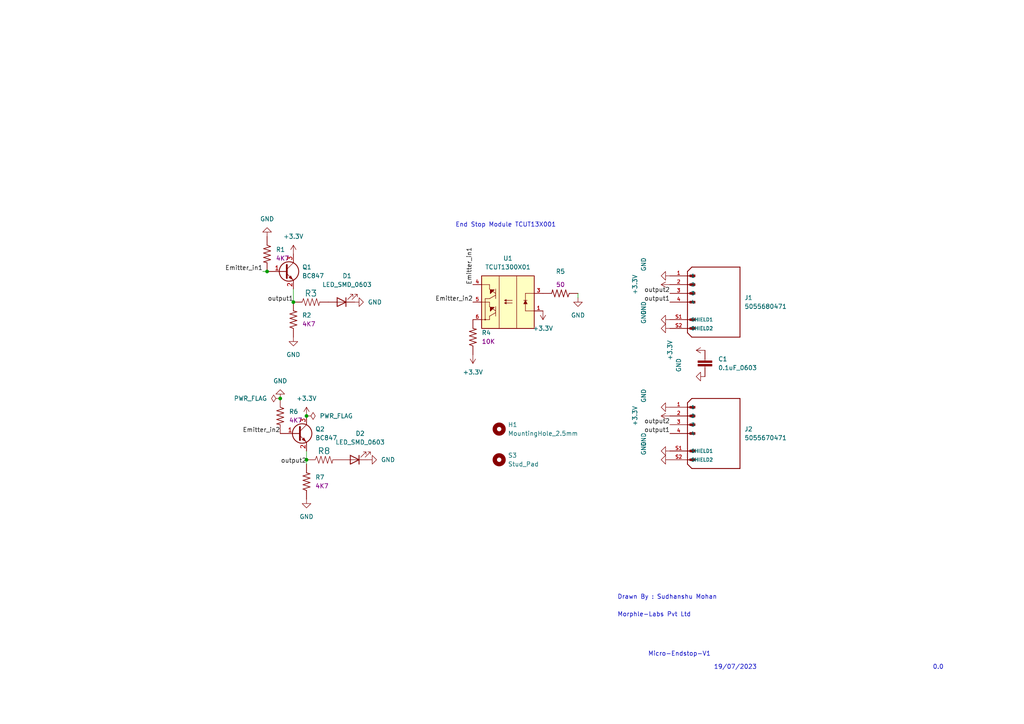
<source format=kicad_sch>
(kicad_sch (version 20230121) (generator eeschema)
  (paper "A4")
  (lib_symbols
    (symbol "Molex_1.25_5055670471:5055670471" (pin_names (offset 1.016))
      (property "Reference" "J" (at -7.62 11.43 0))
      (property "Value" "5055670471" (at -7.62 -12.7 0))
      (symbol "5055670471_0_0"
        (rectangle (start -6.985 -7.9375) (end -5.3975 -7.3025) (stroke (width 0.1)) (fill (type outline)))
        (rectangle (start -6.985 -5.3975) (end -5.3975 -4.7625) (stroke (width 0.1)) (fill (type outline)))
        (rectangle (start -6.985 -0.3175) (end -5.3975 0.3175) (stroke (width 0.1)) (fill (type outline)))
        (rectangle (start -6.985 2.2225) (end -5.3975 2.8575) (stroke (width 0.1)) (fill (type outline)))
        (rectangle (start -6.985 4.7625) (end -5.3975 5.3975) (stroke (width 0.1)) (fill (type outline)))
        (rectangle (start -6.985 7.3025) (end -5.3975 7.9375) (stroke (width 0.1)) (fill (type outline)))
        (polyline (pts (xy -7.62 -8.89) (xy -6.35 -10.16)) (stroke (width 0.254)))
        (polyline (pts (xy -7.62 -7.62) (xy -5.715 -7.62)) (stroke (width 0.254)))
        (polyline (pts (xy -7.62 -5.08) (xy -5.715 -5.08)) (stroke (width 0.254)))
        (polyline (pts (xy -7.62 0) (xy -5.715 0)) (stroke (width 0.254)))
        (polyline (pts (xy -7.62 2.54) (xy -5.715 2.54)) (stroke (width 0.254)))
        (polyline (pts (xy -7.62 5.08) (xy -5.715 5.08)) (stroke (width 0.254)))
        (polyline (pts (xy -7.62 7.62) (xy -7.62 -8.89)) (stroke (width 0.254)))
        (polyline (pts (xy -7.62 7.62) (xy -5.715 7.62)) (stroke (width 0.254)))
        (polyline (pts (xy -7.62 8.89) (xy -7.62 7.62)) (stroke (width 0.254)))
        (polyline (pts (xy -7.62 8.89) (xy -6.35 10.16)) (stroke (width 0.254)))
        (polyline (pts (xy -6.35 -10.16) (xy 7.62 -10.16)) (stroke (width 0.254)))
        (polyline (pts (xy 7.62 -10.16) (xy 7.62 10.16)) (stroke (width 0.254)))
        (polyline (pts (xy 7.62 10.16) (xy -6.35 10.16)) (stroke (width 0.254)))
        (pin passive line (at -12.7 7.62 0) (length 5.08) (name "1") (number "1"))
        (pin passive line (at -12.7 5.08 0) (length 5.08) (name "2") (number "2"))
        (pin passive line (at -12.7 2.54 0) (length 5.08) (name "3") (number "3"))
        (pin passive line (at -12.7 0 0) (length 5.08) (name "4") (number "4"))
        (pin passive line (at -12.7 -5.08 0) (length 5.08) (name "SHIELD1") (number "S1"))
        (pin passive line (at -12.7 -7.62 0) (length 5.08) (name "SHIELD2") (number "S2"))
      )
    )
    (symbol "Molex_1.25_5055680371:5055680471" (pin_names (offset 1.016))
      (property "Reference" "J" (at -7.62 11.43 0))
      (property "Value" "5055680471" (at -7.62 -12.7 0))
      (symbol "5055680471_0_0"
        (rectangle (start -6.985 -7.9375) (end -5.3975 -7.3025) (stroke (width 0.1)) (fill (type outline)))
        (rectangle (start -6.985 -5.3975) (end -5.3975 -4.7625) (stroke (width 0.1)) (fill (type outline)))
        (rectangle (start -6.985 -0.3175) (end -5.3975 0.3175) (stroke (width 0.1)) (fill (type outline)))
        (rectangle (start -6.985 2.2225) (end -5.3975 2.8575) (stroke (width 0.1)) (fill (type outline)))
        (rectangle (start -6.985 4.7625) (end -5.3975 5.3975) (stroke (width 0.1)) (fill (type outline)))
        (rectangle (start -6.985 7.3025) (end -5.3975 7.9375) (stroke (width 0.1)) (fill (type outline)))
        (polyline (pts (xy -7.62 -8.89) (xy -6.35 -10.16)) (stroke (width 0.254)))
        (polyline (pts (xy -7.62 -7.62) (xy -5.715 -7.62)) (stroke (width 0.254)))
        (polyline (pts (xy -7.62 -5.08) (xy -5.715 -5.08)) (stroke (width 0.254)))
        (polyline (pts (xy -7.62 0) (xy -5.715 0)) (stroke (width 0.254)))
        (polyline (pts (xy -7.62 2.54) (xy -5.715 2.54)) (stroke (width 0.254)))
        (polyline (pts (xy -7.62 5.08) (xy -5.715 5.08)) (stroke (width 0.254)))
        (polyline (pts (xy -7.62 7.62) (xy -7.62 -8.89)) (stroke (width 0.254)))
        (polyline (pts (xy -7.62 7.62) (xy -5.715 7.62)) (stroke (width 0.254)))
        (polyline (pts (xy -7.62 8.89) (xy -7.62 7.62)) (stroke (width 0.254)))
        (polyline (pts (xy -7.62 8.89) (xy -6.35 10.16)) (stroke (width 0.254)))
        (polyline (pts (xy -6.35 -10.16) (xy 7.62 -10.16)) (stroke (width 0.254)))
        (polyline (pts (xy 7.62 -10.16) (xy 7.62 10.16)) (stroke (width 0.254)))
        (polyline (pts (xy 7.62 10.16) (xy -6.35 10.16)) (stroke (width 0.254)))
        (pin passive line (at -12.7 7.62 0) (length 5.08) (name "1") (number "1"))
        (pin passive line (at -12.7 5.08 0) (length 5.08) (name "2") (number "2"))
        (pin passive line (at -12.7 2.54 0) (length 5.08) (name "3") (number "3"))
        (pin passive line (at -12.7 0 0) (length 5.08) (name "4") (number "4"))
        (pin passive line (at -12.7 -5.08 0) (length 5.08) (name "SHIELD1") (number "S1"))
        (pin passive line (at -12.7 -7.62 0) (length 5.08) (name "SHIELD2") (number "S2"))
      )
    )
    (symbol "TCUT13XX:TCUT1300X01" (pin_names (offset 1.016))
      (property "Reference" "U" (at -7.62 7.62 0))
      (property "Value" "TCUT1300X01" (at -7.62 -10.16 0))
      (symbol "TCUT1300X01_0_0"
        (rectangle (start -7.62 -7.62) (end 7.62 7.62) (stroke (width 0.254)) (fill (type background)))
        (polyline (pts (xy -7.62 2.54) (xy -5.08 2.54)) (stroke (width 0.1524)))
        (polyline (pts (xy -5.588 -0.508) (xy -4.572 -0.508)) (stroke (width 0.1524)))
        (polyline (pts (xy -5.08 -2.54) (xy -7.62 -2.54)) (stroke (width 0.1524)))
        (polyline (pts (xy -5.08 -0.508) (xy -5.08 -2.54)) (stroke (width 0.1524)))
        (polyline (pts (xy -5.08 2.54) (xy -5.08 0.508)) (stroke (width 0.1524)))
        (polyline (pts (xy -2.54 7.62) (xy -2.54 -7.62)) (stroke (width 0.1524)))
        (polyline (pts (xy -1.27 -0.508) (xy 0.508 -0.508)) (stroke (width 0.1524)))
        (polyline (pts (xy -1.27 0.254) (xy 0.508 0.254)) (stroke (width 0.1524)))
        (polyline (pts (xy 0.508 -0.762) (xy 0.508 -0.254)) (stroke (width 0.1524)))
        (polyline (pts (xy 0.508 0) (xy 0.508 0.508)) (stroke (width 0.1524)))
        (polyline (pts (xy 2.54 7.62) (xy 2.54 -7.62)) (stroke (width 0.1524)))
        (polyline (pts (xy 3.556 -2.54) (xy 3.556 -3.81)) (stroke (width 0.1524)))
        (polyline (pts (xy 3.556 -2.54) (xy 5.08 -3.556)) (stroke (width 0.1524)))
        (polyline (pts (xy 3.556 -2.032) (xy 3.556 -2.54)) (stroke (width 0.1524)))
        (polyline (pts (xy 3.556 -2.032) (xy 3.556 -1.016)) (stroke (width 0.1524)))
        (polyline (pts (xy 3.556 2.54) (xy 3.556 1.27)) (stroke (width 0.1524)))
        (polyline (pts (xy 3.556 2.54) (xy 5.08 1.524)) (stroke (width 0.1524)))
        (polyline (pts (xy 3.556 3.048) (xy 3.556 2.54)) (stroke (width 0.1524)))
        (polyline (pts (xy 3.556 3.048) (xy 3.556 4.064)) (stroke (width 0.1524)))
        (polyline (pts (xy 4.064 -3.556) (xy 4.826 -3.556)) (stroke (width 0.254)))
        (polyline (pts (xy 4.064 1.524) (xy 4.826 1.524)) (stroke (width 0.254)))
        (polyline (pts (xy 4.318 -3.302) (xy 4.064 -3.556)) (stroke (width 0.254)))
        (polyline (pts (xy 4.318 -3.302) (xy 4.572 -3.302)) (stroke (width 0.254)))
        (polyline (pts (xy 4.318 1.778) (xy 4.064 1.524)) (stroke (width 0.254)))
        (polyline (pts (xy 4.318 1.778) (xy 4.572 1.778)) (stroke (width 0.254)))
        (polyline (pts (xy 4.572 -3.302) (xy 4.826 -3.556)) (stroke (width 0.254)))
        (polyline (pts (xy 4.572 1.778) (xy 4.826 1.524)) (stroke (width 0.254)))
        (polyline (pts (xy 4.826 -3.556) (xy 4.826 -3.048)) (stroke (width 0.254)))
        (polyline (pts (xy 4.826 -3.556) (xy 5.08 -3.556)) (stroke (width 0.254)))
        (polyline (pts (xy 4.826 -3.048) (xy 4.572 -3.302)) (stroke (width 0.254)))
        (polyline (pts (xy 4.826 -3.048) (xy 5.08 -2.794)) (stroke (width 0.254)))
        (polyline (pts (xy 4.826 1.524) (xy 4.826 2.032)) (stroke (width 0.254)))
        (polyline (pts (xy 4.826 1.524) (xy 5.08 1.524)) (stroke (width 0.254)))
        (polyline (pts (xy 4.826 2.032) (xy 4.572 1.778)) (stroke (width 0.254)))
        (polyline (pts (xy 4.826 2.032) (xy 5.08 2.286)) (stroke (width 0.254)))
        (polyline (pts (xy 5.08 -3.556) (xy 5.08 -3.302)) (stroke (width 0.254)))
        (polyline (pts (xy 5.08 -3.556) (xy 5.334 -3.81)) (stroke (width 0.1524)))
        (polyline (pts (xy 5.08 -3.302) (xy 4.826 -3.048)) (stroke (width 0.254)))
        (polyline (pts (xy 5.08 -3.302) (xy 5.08 -2.794)) (stroke (width 0.254)))
        (polyline (pts (xy 5.08 -2.794) (xy 5.08 -2.54)) (stroke (width 0.254)))
        (polyline (pts (xy 5.08 -2.54) (xy 4.318 -3.302)) (stroke (width 0.254)))
        (polyline (pts (xy 5.08 1.524) (xy 5.08 1.778)) (stroke (width 0.254)))
        (polyline (pts (xy 5.08 1.524) (xy 5.334 1.27)) (stroke (width 0.1524)))
        (polyline (pts (xy 5.08 1.778) (xy 4.826 2.032)) (stroke (width 0.254)))
        (polyline (pts (xy 5.08 1.778) (xy 5.08 2.286)) (stroke (width 0.254)))
        (polyline (pts (xy 5.08 2.286) (xy 5.08 2.54)) (stroke (width 0.254)))
        (polyline (pts (xy 5.08 2.54) (xy 4.318 1.778)) (stroke (width 0.254)))
        (polyline (pts (xy 5.334 -5.08) (xy 7.62 -5.08)) (stroke (width 0.1524)))
        (polyline (pts (xy 5.334 -3.81) (xy 5.334 -5.08)) (stroke (width 0.1524)))
        (polyline (pts (xy 5.334 -1.016) (xy 3.556 -2.032)) (stroke (width 0.1524)))
        (polyline (pts (xy 5.334 -1.016) (xy 6.604 -1.016)) (stroke (width 0.1524)))
        (polyline (pts (xy 5.334 1.27) (xy 5.334 0)) (stroke (width 0.1524)))
        (polyline (pts (xy 5.334 4.064) (xy 3.556 3.048)) (stroke (width 0.1524)))
        (polyline (pts (xy 5.334 5.08) (xy 5.334 4.064)) (stroke (width 0.1524)))
        (polyline (pts (xy 6.604 -1.016) (xy 6.604 5.08)) (stroke (width 0.1524)))
        (polyline (pts (xy 6.604 5.08) (xy 5.334 5.08)) (stroke (width 0.1524)))
        (polyline (pts (xy 7.62 0) (xy 5.334 0)) (stroke (width 0.1524)))
        (polyline (pts (xy 7.62 5.08) (xy 6.604 5.08)) (stroke (width 0.1524)))
        (polyline (pts (xy -5.588 0.508) (xy -4.572 0.508) (xy -5.08 -0.508) (xy -5.588 0.508)) (stroke (width 0.1524)) (fill (type outline)))
        (polyline (pts (xy 0.508 -0.254) (xy 1.016 -0.508) (xy 0.508 -0.762) (xy 0.508 -0.254)) (stroke (width 0.1524)) (fill (type outline)))
        (polyline (pts (xy 0.508 0.508) (xy 1.016 0.254) (xy 0.508 0) (xy 0.508 0.508)) (stroke (width 0.1524)) (fill (type outline)))
        (circle (center 6.604 5.08) (radius 0.1143) (stroke (width 0.2286)))
        (pin passive line (at -10.16 2.54 0) (length 2.54) (name "~") (number "1"))
        (pin passive line (at -10.16 -2.54 0) (length 2.54) (name "~") (number "3"))
        (pin passive line (at 10.16 -5.08 180) (length 2.54) (name "~") (number "4"))
        (pin passive line (at 10.16 0 180) (length 2.54) (name "~") (number "5"))
        (pin passive line (at 10.16 5.08 180) (length 2.54) (name "~") (number "6"))
      )
    )
    (symbol "morphle:0.1uF_0603" (pin_names (offset 1.016))
      (property "Reference" "C" (at 2.794 0 0))
      (property "Value" "0.1uF_0603" (at 1.27 -2.54 0))
      (symbol "0.1uF_0603_1_0"
        (rectangle (start -2.032 0.508) (end 2.032 1.016) (fill (type outline)))
        (rectangle (start -2.032 1.524) (end 2.032 2.032) (fill (type outline)))
        (polyline (pts (xy 0 0) (xy 0 0.508)))
        (polyline (pts (xy 0 2.54) (xy 0 2.032)))
        (pin passive line (at 0 5.08 270) (length 2.54) (name "1") (number "1"))
        (pin passive line (at 0 -2.54 90) (length 2.54) (name "2") (number "2"))
      )
    )
    (symbol "morphle_symbols:10K_0603" (pin_numbers hide) (pin_names (offset 1.016) hide)
      (property "Reference" "R" (at -3.81 1.4986 0))
      (property "Resistance" "10K" (at -1.8796 2.5654 0))
      (symbol "10K_0603_0_0"
        (polyline (pts (xy -2.54 0) (xy -2.159 1.016)) (stroke (width 0.2032)))
        (polyline (pts (xy -2.159 1.016) (xy -1.524 -1.016)) (stroke (width 0.2032)))
        (polyline (pts (xy -1.524 -1.016) (xy -0.889 1.016)) (stroke (width 0.2032)))
        (polyline (pts (xy -0.889 1.016) (xy -0.254 -1.016)) (stroke (width 0.2032)))
        (polyline (pts (xy -0.254 -1.016) (xy 0.381 1.016)) (stroke (width 0.2032)))
        (polyline (pts (xy 0.381 1.016) (xy 1.016 -1.016)) (stroke (width 0.2032)))
        (polyline (pts (xy 1.016 -1.016) (xy 1.651 1.016)) (stroke (width 0.2032)))
        (polyline (pts (xy 1.651 1.016) (xy 2.286 -1.016)) (stroke (width 0.2032)))
        (polyline (pts (xy 2.286 -1.016) (xy 2.54 0)) (stroke (width 0.2032)))
        (pin passive line (at -5.08 0 0) (length 2.54) (name "~") (number "1"))
        (pin passive line (at 5.08 0 180) (length 2.54) (name "~") (number "2"))
      )
    )
    (symbol "morphle_symbols:1K_0603" (pin_names (offset 1.016))
      (property "Reference" "R" (at 0 1.524 0))
      (symbol "1K_0603_1_0"
        (polyline (pts (xy -2.54 0) (xy -2.159 1.016)))
        (polyline (pts (xy -2.159 1.016) (xy -1.524 -1.016)))
        (polyline (pts (xy -1.524 -1.016) (xy -0.889 1.016)))
        (polyline (pts (xy -0.889 1.016) (xy -0.254 -1.016)))
        (polyline (pts (xy -0.254 -1.016) (xy 0.381 1.016)))
        (polyline (pts (xy 0.381 1.016) (xy 1.016 -1.016)))
        (polyline (pts (xy 1.016 -1.016) (xy 1.651 1.016)))
        (polyline (pts (xy 1.651 1.016) (xy 2.286 -1.016)))
        (polyline (pts (xy 2.286 -1.016) (xy 2.54 0)))
        (pin passive line (at -5.08 0 0) (length 2.54) (name "1") (number "1"))
        (pin passive line (at 5.08 0 180) (length 2.54) (name "2") (number "2"))
      )
    )
    (symbol "morphle_symbols:4K7_0603" (pin_numbers hide) (pin_names (offset 1.016) hide)
      (property "Reference" "R" (at -3.81 1.4986 0))
      (property "Resistance" "4K7" (at -1.905 2.413 0))
      (symbol "4K7_0603_0_0"
        (polyline (pts (xy -2.54 0) (xy -2.159 1.016)) (stroke (width 0.2032)))
        (polyline (pts (xy -2.159 1.016) (xy -1.524 -1.016)) (stroke (width 0.2032)))
        (polyline (pts (xy -1.524 -1.016) (xy -0.889 1.016)) (stroke (width 0.2032)))
        (polyline (pts (xy -0.889 1.016) (xy -0.254 -1.016)) (stroke (width 0.2032)))
        (polyline (pts (xy -0.254 -1.016) (xy 0.381 1.016)) (stroke (width 0.2032)))
        (polyline (pts (xy 0.381 1.016) (xy 1.016 -1.016)) (stroke (width 0.2032)))
        (polyline (pts (xy 1.016 -1.016) (xy 1.651 1.016)) (stroke (width 0.2032)))
        (polyline (pts (xy 1.651 1.016) (xy 2.286 -1.016)) (stroke (width 0.2032)))
        (polyline (pts (xy 2.286 -1.016) (xy 2.54 0)) (stroke (width 0.2032)))
        (pin passive line (at -5.08 0 0) (length 2.54) (name "~") (number "1"))
        (pin passive line (at 5.08 0 180) (length 2.54) (name "~") (number "2"))
      )
    )
    (symbol "morphle_symbols:BC847" (pin_names (offset 0) hide)
      (property "Reference" "Q" (at 5.08 1.905 0))
      (property "Value" "BC847" (at 5.08 0 0))
      (symbol "BC847_0_1"
        (polyline (pts (xy 0.635 0.635) (xy 2.54 2.54)))
        (polyline (pts (xy 0.635 -0.635) (xy 2.54 -2.54) (xy 2.54 -2.54)))
        (polyline (pts (xy 0.635 1.905) (xy 0.635 -1.905) (xy 0.635 -1.905)) (stroke (width 0.508)))
        (polyline (pts (xy 1.27 -1.778) (xy 1.778 -1.27) (xy 2.286 -2.286) (xy 1.27 -1.778) (xy 1.27 -1.778)) (fill (type outline)))
        (circle (center 1.27 0) (radius 2.8194) (stroke (width 0.254)))
      )
      (symbol "BC847_1_1"
        (pin input line (at -5.08 0 0) (length 5.715) (name "B") (number "1"))
        (pin passive line (at 2.54 -5.08 90) (length 2.54) (name "E") (number "2"))
        (pin passive line (at 2.54 5.08 270) (length 2.54) (name "C") (number "3"))
      )
    )
    (symbol "morphle_symbols:LED_SMD_0603" (pin_numbers hide) (pin_names (offset 1.016) hide)
      (property "Reference" "D" (at 0 2.54 0))
      (property "Value" "LED_SMD_0603" (at 0 -3.5306 0))
      (symbol "LED_SMD_0603_0_1"
        (polyline (pts (xy -1.27 -1.27) (xy -1.27 1.27)) (stroke (width 0.254)))
        (polyline (pts (xy -1.27 0) (xy 1.27 0)))
        (polyline (pts (xy 1.27 -1.27) (xy 1.27 1.27) (xy -1.27 0) (xy 1.27 -1.27)) (stroke (width 0.254)))
        (polyline (pts (xy -3.048 -0.762) (xy -4.572 -2.286) (xy -3.81 -2.286) (xy -4.572 -2.286) (xy -4.572 -1.524)))
        (polyline (pts (xy -1.778 -0.762) (xy -3.302 -2.286) (xy -2.54 -2.286) (xy -3.302 -2.286) (xy -3.302 -1.524)))
      )
      (symbol "LED_SMD_0603_1_1"
        (pin passive line (at -3.81 0 0) (length 2.54) (name "K") (number "1"))
        (pin passive line (at 3.81 0 180) (length 2.54) (name "A") (number "2"))
      )
    )
    (symbol "morphle_symbols:MountingHole_2.5mm" (pin_names (offset 1.016))
      (property "Reference" "H" (at 0 5.08 0))
      (property "Value" "MountingHole_2.5mm" (at 0 3.175 0))
      (symbol "MountingHole_2.5mm_0_1"
        (circle (center 0 0) (radius 1.27) (stroke (width 1.27)))
      )
    )
    (symbol "morphle_symbols:Stud_pad" (pin_numbers hide) (pin_names (offset 1.016) hide)
      (property "Reference" "S" (at 0 6.35 0))
      (property "Value" "Stud_Pad" (at 0 4.445 0))
      (symbol "Stud_pad_1_1"
        (circle (center 0 0) (radius 1.27) (stroke (width 1.27)))
      )
    )
    (symbol "power:+3.3V" (power) (pin_names (offset 0))
      (property "Value" "+3.3V" (at 0 3.556 0))
      (symbol "+3.3V_0_1"
        (polyline (pts (xy -0.762 1.27) (xy 0 2.54)))
        (polyline (pts (xy 0 0) (xy 0 2.54)))
        (polyline (pts (xy 0 2.54) (xy 0.762 1.27)))
      )
      (symbol "+3.3V_1_1"
        (pin power_in line (at 0 0 90) (length 0) hide (name "+3.3V") (number "1"))
      )
    )
    (symbol "power:GND" (power) (pin_names (offset 0))
      (property "Value" "GND" (at 0 -3.81 0))
      (symbol "GND_0_1"
        (polyline (pts (xy 0 0) (xy 0 -1.27) (xy 1.27 -1.27) (xy 0 -2.54) (xy -1.27 -1.27) (xy 0 -1.27)))
      )
      (symbol "GND_1_1"
        (pin power_in line (at 0 0 270) (length 0) hide (name "GND") (number "1"))
      )
    )
    (symbol "power:PWR_FLAG" (power) (pin_numbers hide) (pin_names (offset 0) hide)
      (property "Value" "PWR_FLAG" (at 0 3.81 0))
      (symbol "PWR_FLAG_0_0"
        (pin power_out line (at 0 0 90) (length 0) (name "pwr") (number "1"))
      )
      (symbol "PWR_FLAG_0_1"
        (polyline (pts (xy 0 0) (xy 0 1.27) (xy -1.016 1.905) (xy 0 2.54) (xy 1.016 1.905) (xy 0 1.27)))
      )
    )
  )
  (junction (at 88.9 133.35))
  (junction (at 88.9 120.65))
  (junction (at 81.28 115.57))
  (junction (at 85.09 87.63))
  (junction (at 77.47 78.74))
  (wire (pts (xy 76.2 78.74) (xy 77.47 78.74)))
  (wire (pts (xy 167.64 85.09) (xy 167.64 86.36)))
  (wire (pts (xy 88.9 133.35) (xy 88.9 134.62)))
  (wire (pts (xy 85.09 83.82) (xy 85.09 87.63)))
  (wire (pts (xy 88.9 130.81) (xy 88.9 133.35)))
  (text "Micro-Endstop-V1 " (at 187.96 190.5 0) (effects (font (size 1.27 1.27)) (justify left bottom)))
  (text "End Stop Module TCUT13X001\n" (at 132.08 66.04 0) (effects (font (size 1.27 1.27)) (justify left bottom)))
  (text "19/07/2023" (at 207.01 194.31 0) (effects (font (size 1.27 1.27)) (justify left bottom)))
  (text "0.0" (at 270.51 194.31 0) (effects (font (size 1.27 1.27)) (justify left bottom)))
  (text "Morphle-Labs Pvt Ltd " (at 179.07 179.07 0) (effects (font (size 1.27 1.27)) (justify left bottom)))
  (text "Drawn By : Sudhanshu Mohan " (at 179.07 173.99 0) (effects (font (size 1.27 1.27)) (justify left bottom)))
  (label "output1" (at 85.09 87.63 180))
  (label "Emitter_in1" (at 76.2 78.74 180))
  (label "output2" (at 194.31 85.09 180))
  (label "Emitter_in1" (at 137.16 82.55 90))
  (label "output1" (at 194.31 125.73 180))
  (label "Emitter_in2" (at 137.16 87.63 180))
  (label "output1" (at 194.31 87.63 180))
  (label "output2" (at 194.31 123.19 180))
  (label "Emitter_in2" (at 81.28 125.73 180))
  (label "output2" (at 88.9 134.62 180))
  (symbol (lib_id "power:+3.3V") (at 157.48 90.17 180) (unit 1)
    (property "Reference" "#PWR05" (effects hide))
    (property "Value" "+3.3V" (at 157.48 95.25 0))
  )
  (symbol (lib_id "Molex_1.25_5055680371:5055680471") (at 207.01 87.63 0) (unit 1)
    (property "Reference" "J1" (at 215.9 86.36 0) (effects (justify left)))
    (property "Value" "5055680471" (at 215.9 88.9 0) (effects (justify left)))
    (property "Footprint" "morphle_footprints:MOLEX_5055680471" (effects hide))
    (property "PARTREV" "C" (effects hide))
    (property "STANDARD" "Manufacturer Recommendations" (effects hide))
    (property "MAXIMUM_PACKAGE_HEIGHT" "4.2 mm" (effects hide))
    (property "MANUFACTURER" "Molex" (effects hide))
  )
  (symbol (lib_id "morphle_symbols:BC847") (at 86.36 125.73 0) (unit 1)
    (property "Reference" "Q2" (at 91.44 124.46 0) (effects (justify left)))
    (property "Value" "BC847" (at 91.44 127 0) (effects (justify left)))
    (property "Footprint" "morphle_footprints:BC847" (effects hide))
    (property "Morphle Part no." "3300038101" (effects hide))
    (property "Sourcing" "https://www.sunrom.com/m/3965" (effects hide))
  )
  (symbol (lib_id "morphle_symbols:4K7_0603") (at 88.9 139.7 90) (unit 1)
    (property "Reference" "R7" (at 91.44 138.43 90) (effects (justify right)))
    (property "Value" "4K7_0603" (effects hide))
    (property "Footprint" "morphle_footprints:R_0603_1608Metric" (effects hide))
    (property "Resistance" "4K7" (at 91.44 140.97 90) (effects (justify right)))
    (property "Package" "0603" (effects hide))
    (property "Morphle Part no." "3300039601" (effects hide))
    (property "Sourcing" "https://www.sunrom.com/p/4k7-1-0603" (effects hide))
  )
  (symbol (lib_id "power:GND") (at 194.31 92.71 270) (unit 1)
    (property "Reference" "#PWR014" (effects hide))
    (property "Value" "GND" (at 186.69 91.44 0) (effects (justify right)))
  )
  (symbol (lib_id "power:+3.3V") (at 137.16 102.87 180) (unit 1)
    (property "Reference" "#PWR06" (effects hide))
    (property "Value" "+3.3V" (at 137.16 107.95 0))
  )
  (symbol (lib_id "power:GND") (at 194.31 130.81 270) (unit 1)
    (property "Reference" "#PWR020" (effects hide))
    (property "Value" "GND" (at 186.69 129.54 0) (effects (justify right)))
  )
  (symbol (lib_id "morphle_symbols:4K7_0603") (at 162.56 85.09 180) (unit 1)
    (property "Reference" "R5" (at 162.56 78.74 0))
    (property "Value" "4K7_0603" (effects hide))
    (property "Footprint" "morphle_footprints:R_0603_1608Metric" (effects hide))
    (property "Resistance" "50" (at 162.56 82.55 0))
    (property "Package" "0603" (effects hide))
    (property "Morphle Part no." "3300039601" (effects hide))
    (property "Sourcing" "https://www.sunrom.com/p/4k7-1-0603" (effects hide))
  )
  (symbol (lib_id "morphle_symbols:LED_SMD_0603") (at 99.06 87.63 180) (unit 1)
    (property "Reference" "D1" (at 100.6475 80.01 0))
    (property "Value" "LED_SMD_0603" (at 100.6475 82.55 0))
    (property "Footprint" "morphle_footprints:LED_0603_1608Metric" (effects hide))
    (property "Datasheet" "https://assets.nexperia.com/documents/data-sheet/BAS16_SER.pdf" (effects hide))
    (property "Sim.Device" "D" (effects hide))
    (property "Sim.Pins" "1=K 2=A" (effects hide))
    (property "Morphle Part no." "3300042701" (effects hide))
    (property "Sourcing" "https://www.sunrom.com/p/orange-smd-led-0603" (effects hide))
  )
  (symbol (lib_id "power:GND") (at 106.68 133.35 90) (unit 1)
    (property "Reference" "#PWR015" (effects hide))
    (property "Value" "GND" (at 110.49 133.35 90) (effects (justify right)))
  )
  (symbol (lib_id "power:GND") (at 77.47 68.58 180) (unit 1)
    (property "Reference" "#PWR02" (effects hide))
    (property "Value" "GND" (at 77.47 63.5 0))
  )
  (symbol (lib_id "power:+3.3V") (at 85.09 73.66 0) (unit 1)
    (property "Reference" "#PWR01" (effects hide))
    (property "Value" "+3.3V" (at 85.09 68.58 0))
  )
  (symbol (lib_id "power:+3.3V") (at 204.47 101.6 90) (unit 1)
    (property "Reference" "#PWR016" (effects hide))
    (property "Value" "+3.3V" (at 194.31 101.6 0))
  )
  (symbol (lib_id "morphle_symbols:MountingHole_2.5mm") (at 144.78 124.46 0) (unit 1)
    (property "Reference" "H1" (at 147.32 123.19 0) (effects (justify left)))
    (property "Value" "MountingHole_2.5mm" (at 147.32 125.73 0) (effects (justify left)))
    (property "Footprint" "MountingHole:MountingHole_2.5mm_Pad_Via" (effects hide))
  )
  (symbol (lib_id "morphle_symbols:1K_0603") (at 90.17 87.63 0) (unit 1)
    (property "Reference" "R3" (at 90.17 85.09 0) (effects (font (size 1.778 1.778))))
    (property "Value" "1K_0603" (effects hide))
    (property "Footprint" "morphle_footprints:R_0603_1608Metric" (effects hide))
    (property "Morphle Part no." "3300039301" (effects hide))
    (property "Sourcing" "https://www.sunrom.com/p/1k-1-0603" (effects hide))
  )
  (symbol (lib_id "Molex_1.25_5055670471:5055670471") (at 207.01 125.73 0) (unit 1)
    (property "Reference" "J2" (at 215.9 124.46 0) (effects (justify left)))
    (property "Value" "5055670471" (at 215.9 127 0) (effects (justify left)))
    (property "Footprint" "molex_1.25_5055670471:MOLEX_5055670471" (effects hide))
    (property "PARTREV" "C" (effects hide))
    (property "STANDARD" "Manufacturer Recommendations" (effects hide))
    (property "MAXIMUM_PACKAGE_HEIGHT" "3.9 mm" (effects hide))
    (property "MANUFACTURER" "Molex" (effects hide))
  )
  (symbol (lib_id "morphle_symbols:10K_0603") (at 137.16 97.79 90) (unit 1)
    (property "Reference" "R4" (at 139.7 96.52 90) (effects (justify right)))
    (property "Value" "10K_0603" (effects hide))
    (property "Footprint" "morphle_footprints:R_0603_1608Metric" (effects hide))
    (property "Resistance" "10K" (at 139.7 99.06 90) (effects (justify right)))
    (property "Package" "0603" (effects hide))
    (property "Morphle Part no." "3300039401" (effects hide))
    (property "Sourcing" "https://www.sunrom.com/p/10k-1-0603" (effects hide))
  )
  (symbol (lib_id "morphle_symbols:BC847") (at 82.55 78.74 0) (unit 1)
    (property "Reference" "Q1" (at 87.63 77.47 0) (effects (justify left)))
    (property "Value" "BC847" (at 87.63 80.01 0) (effects (justify left)))
    (property "Footprint" "morphle_footprints:BC847" (effects hide))
    (property "Morphle Part no." "3300038101" (effects hide))
    (property "Sourcing" "https://www.sunrom.com/m/3965" (effects hide))
  )
  (symbol (lib_id "morphle_symbols:4K7_0603") (at 85.09 92.71 90) (unit 1)
    (property "Reference" "R2" (at 87.63 91.44 90) (effects (justify right)))
    (property "Value" "4K7_0603" (effects hide))
    (property "Footprint" "morphle_footprints:R_0603_1608Metric" (effects hide))
    (property "Resistance" "4K7" (at 87.63 93.98 90) (effects (justify right)))
    (property "Package" "0603" (effects hide))
    (property "Morphle Part no." "3300039601" (effects hide))
    (property "Sourcing" "https://www.sunrom.com/p/4k7-1-0603" (effects hide))
  )
  (symbol (lib_id "power:GND") (at 167.64 86.36 0) (unit 1)
    (property "Reference" "#PWR07" (effects hide))
    (property "Value" "GND" (at 167.64 91.44 0))
  )
  (symbol (lib_id "power:GND") (at 204.47 109.22 270) (unit 1)
    (property "Reference" "#PWR017" (effects hide))
    (property "Value" "GND" (at 196.85 107.95 0) (effects (justify right)))
  )
  (symbol (lib_id "morphle_symbols:LED_SMD_0603") (at 102.87 133.35 180) (unit 1)
    (property "Reference" "D2" (at 104.4575 125.73 0))
    (property "Value" "LED_SMD_0603" (at 104.4575 128.27 0))
    (property "Footprint" "morphle_footprints:LED_0603_1608Metric" (effects hide))
    (property "Datasheet" "https://assets.nexperia.com/documents/data-sheet/BAS16_SER.pdf" (effects hide))
    (property "Sim.Device" "D" (effects hide))
    (property "Sim.Pins" "1=K 2=A" (effects hide))
    (property "Morphle Part no." "3300042701" (effects hide))
    (property "Sourcing" "https://www.sunrom.com/p/orange-smd-led-0603" (effects hide))
  )
  (symbol (lib_id "power:GND") (at 85.09 97.79 0) (unit 1)
    (property "Reference" "#PWR04" (effects hide))
    (property "Value" "GND" (at 85.09 102.87 0))
  )
  (symbol (lib_id "power:GND") (at 102.87 87.63 90) (unit 1)
    (property "Reference" "#PWR03" (effects hide))
    (property "Value" "GND" (at 106.68 87.63 90) (effects (justify right)))
  )
  (symbol (lib_id "morphle_symbols:1K_0603") (at 93.98 133.35 0) (unit 1)
    (property "Reference" "R8" (at 93.98 130.81 0) (effects (font (size 1.778 1.778))))
    (property "Value" "1K_0603" (effects hide))
    (property "Footprint" "morphle_footprints:R_0603_1608Metric" (effects hide))
    (property "Morphle Part no." "3300039301" (effects hide))
    (property "Sourcing" "https://www.sunrom.com/p/1k-1-0603" (effects hide))
  )
  (symbol (lib_id "power:GND") (at 194.31 95.25 270) (unit 1)
    (property "Reference" "#PWR013" (effects hide))
    (property "Value" "GND" (at 186.69 93.98 0) (effects (justify right)))
  )
  (symbol (lib_id "power:GND") (at 88.9 144.78 0) (unit 1)
    (property "Reference" "#PWR012" (effects hide))
    (property "Value" "GND" (at 88.9 149.86 0))
  )
  (symbol (lib_id "power:GND") (at 194.31 80.01 270) (unit 1)
    (property "Reference" "#PWR010" (effects hide))
    (property "Value" "GND" (at 186.69 78.74 0) (effects (justify right)))
  )
  (symbol (lib_id "power:PWR_FLAG") (at 81.28 115.57 90) (unit 1)
    (property "Reference" "#FLG01" (effects hide))
    (property "Value" "PWR_FLAG" (at 77.47 115.57 90) (effects (justify left)))
  )
  (symbol (lib_id "power:+3.3V") (at 194.31 120.65 90) (unit 1)
    (property "Reference" "#PWR019" (effects hide))
    (property "Value" "+3.3V" (at 184.15 120.65 0))
  )
  (symbol (lib_id "power:GND") (at 81.28 115.57 180) (unit 1)
    (property "Reference" "#PWR08" (effects hide))
    (property "Value" "GND" (at 81.28 110.49 0))
  )
  (symbol (lib_id "power:GND") (at 194.31 118.11 270) (unit 1)
    (property "Reference" "#PWR018" (effects hide))
    (property "Value" "GND" (at 186.69 116.84 0) (effects (justify right)))
  )
  (symbol (lib_id "power:PWR_FLAG") (at 88.9 120.65 270) (unit 1)
    (property "Reference" "#FLG02" (effects hide))
    (property "Value" "PWR_FLAG" (at 92.71 120.65 90) (effects (justify left)))
  )
  (symbol (lib_id "morphle_symbols:Stud_pad") (at 144.78 133.35 0) (unit 1)
    (property "Reference" "S3" (at 147.32 132.08 0) (effects (justify left)))
    (property "Value" "Stud_Pad" (at 147.32 134.62 0) (effects (justify left)))
    (property "Footprint" "Mounting_Wuerth:Mounting_Wuerth_WA-SMSI-M1.6_H1mm_9774010633" (effects hide))
  )
  (symbol (lib_id "power:+3.3V") (at 194.31 82.55 90) (unit 1)
    (property "Reference" "#PWR011" (effects hide))
    (property "Value" "+3.3V" (at 184.15 82.55 0))
  )
  (symbol (lib_id "morphle:0.1uF_0603") (at 204.47 106.68 0) (unit 1)
    (property "Reference" "C1" (at 208.28 104.14 0) (effects (justify left)))
    (property "Value" "0.1uF_0603" (at 208.28 106.68 0) (effects (justify left)))
    (property "Footprint" "morphle_footprints:Cap_0603_1608Metric" (effects hide))
    (property "Sourcing" "https://www.sunrom.com/m/5190" (effects hide))
  )
  (symbol (lib_id "power:+3.3V") (at 88.9 120.65 0) (unit 1)
    (property "Reference" "#PWR09" (effects hide))
    (property "Value" "+3.3V" (at 88.9 115.57 0))
  )
  (symbol (lib_id "morphle_symbols:4K7_0603") (at 77.47 73.66 270) (unit 1)
    (property "Reference" "R1" (at 80.01 72.39 90) (effects (justify left)))
    (property "Value" "4K7_0603" (effects hide))
    (property "Footprint" "morphle_footprints:R_0603_1608Metric" (effects hide))
    (property "Resistance" "4K7" (at 80.01 74.93 90) (effects (justify left)))
    (property "Package" "0603" (effects hide))
    (property "Morphle Part no." "3300039601" (effects hide))
    (property "Sourcing" "https://www.sunrom.com/p/4k7-1-0603" (effects hide))
  )
  (symbol (lib_id "TCUT13XX:TCUT1300X01") (at 147.32 87.63 180) (unit 1)
    (property "Reference" "U1" (at 147.32 74.93 0))
    (property "Value" "TCUT1300X01" (at 147.32 77.47 0))
    (property "Footprint" "TCUT13XX:XDCR_TCUT1300X01" (effects hide))
    (property "PARTREV" "2.9" (effects hide))
    (property "STANDARD" "Manufacturer Recommendations" (effects hide))
    (property "MANUFACTURER" "VISHAY" (effects hide))
  )
  (symbol (lib_id "power:GND") (at 194.31 133.35 270) (unit 1)
    (property "Reference" "#PWR021" (effects hide))
    (property "Value" "GND" (at 186.69 132.08 0) (effects (justify right)))
  )
  (symbol (lib_id "morphle_symbols:4K7_0603") (at 81.28 120.65 270) (unit 1)
    (property "Reference" "R6" (at 83.82 119.38 90) (effects (justify left)))
    (property "Value" "4K7_0603" (effects hide))
    (property "Footprint" "morphle_footprints:R_0603_1608Metric" (effects hide))
    (property "Resistance" "4K7" (at 83.82 121.92 90) (effects (justify left)))
    (property "Package" "0603" (effects hide))
    (property "Morphle Part no." "3300039601" (effects hide))
    (property "Sourcing" "https://www.sunrom.com/p/4k7-1-0603" (effects hide))
  )
)
</source>
